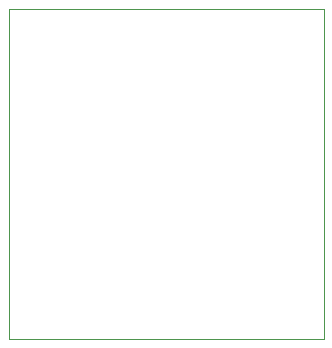
<source format=gbr>
G04 #@! TF.GenerationSoftware,KiCad,Pcbnew,(5.1.4)-1*
G04 #@! TF.CreationDate,2019-11-18T21:23:18+01:00*
G04 #@! TF.ProjectId,AR20_PDM_ProFetTest,41523230-5f50-4444-9d5f-50726f466574,rev?*
G04 #@! TF.SameCoordinates,Original*
G04 #@! TF.FileFunction,Profile,NP*
%FSLAX46Y46*%
G04 Gerber Fmt 4.6, Leading zero omitted, Abs format (unit mm)*
G04 Created by KiCad (PCBNEW (5.1.4)-1) date 2019-11-18 21:23:18*
%MOMM*%
%LPD*%
G04 APERTURE LIST*
%ADD10C,0.100000*%
G04 APERTURE END LIST*
D10*
X152400000Y-111125000D02*
X152400000Y-83185000D01*
X125730000Y-111125000D02*
X152400000Y-111125000D01*
X125730000Y-83185000D02*
X125730000Y-111125000D01*
X152400000Y-83185000D02*
X125730000Y-83185000D01*
M02*

</source>
